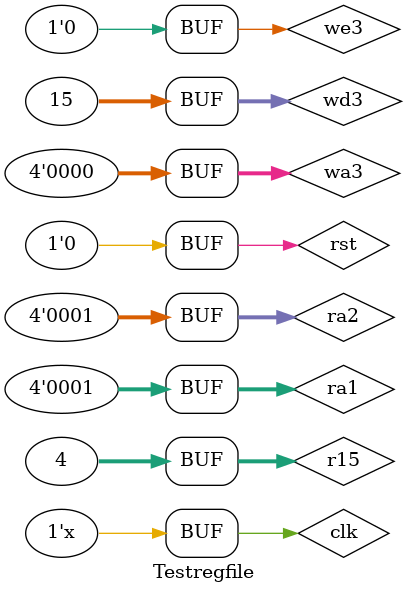
<source format=sv>
`timescale 1 ps / 1 ps
module Testregfile ();

	logic clk,rst;
	logic we3;
	logic [3:0] ra1,ra2,wa3;
	logic [31:0] wd3,r15,rd1,rd2;
	regfile registros (we3,ra1,ra2,wa3,wd3,r15,rd1,rd2);
	
	initial begin 
		rst=1; #10;rst=0;
		clk=0; #10
		
		we3=1'b1;
		ra1=3;
		ra2=4;
		wa3=1;
		wd3=7;
		r15=4;
		#10
		we3=1'b0;
		ra1=1;
		ra2=1;
		wa3=0;
		wd3=15;
		r15=4;
	end 
	
	
	always begin 
		clk=~clk; #5;
	
	end

endmodule
</source>
